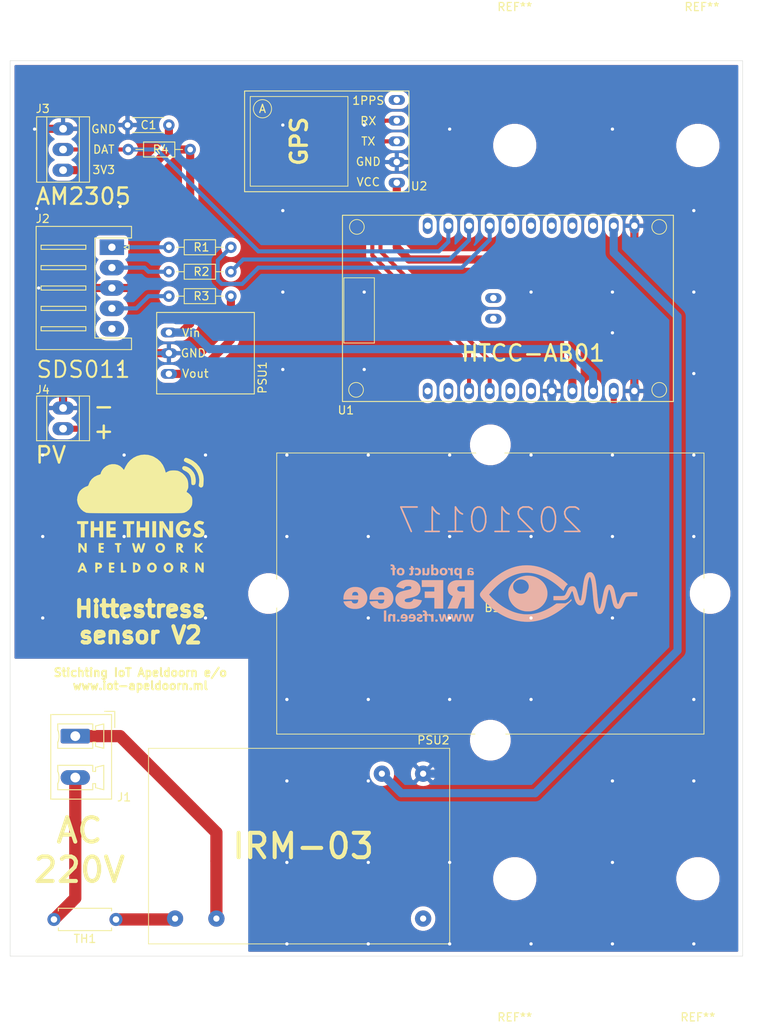
<source format=kicad_pcb>
(kicad_pcb (version 20171130) (host pcbnew "(5.1.6)-1")
  (layers (0 F.Cu signal) (31 B.Cu signal) (34 B.Paste user) (35 F.Paste user) (36 B.SilkS user) (37 F.SilkS user) (38 B.Mask user) (39 F.Mask user) (44 Edge.Cuts user))
  (net 0 "")
  (net 1 /3V3)
  (net 2 GND)
  (net 3 "Net-(J1-Pad1)")
  (net 4 "Net-(J1-Pad2)")
  (net 5 /PM_RX)
  (net 6 /PM_TX)
  (net 7 "Net-(J2-Pad4)")
  (net 8 "Net-(J2-Pad5)")
  (net 9 /AM2305_DATA)
  (net 10 /5V_EXT)
  (net 11 "Net-(PSU2-Pad1)")
  (net 12 /5V)
  (net 13 "Net-(U1-Pad22)")
  (net 14 "Net-(U1-Pad1)")
  (net 15 "Net-(U1-Pad2)")
  (net 16 /SDS011_RXD)
  (net 17 /GPS_RXD)
  (net 18 /SDS011_TXD)
  (net 19 /GPS_TXD)
  (net 20 "Net-(U1-Pad18)")
  (net 21 "Net-(U1-Pad5)")
  (net 22 "Net-(U1-Pad17)")
  (net 23 "Net-(U1-Pad6)")
  (net 24 "Net-(U1-Pad16)")
  (net 25 "Net-(U1-Pad15)")
  (net 26 /3V3_EXT)
  (net 27 "Net-(U1-Pad14)")
  (net 28 /PV)
  (net 29 "Net-(U1-Pad23)")
  (net 30 "Net-(U1-Pad24)")
  (net 31 "Net-(U2-Pad5)")
  (net 32 "Net-(PSU2-Pad4)")
  (module hitteStress21-pcb:HTCC-AB01 (layer F.Cu) (at 225 72 90)
    (fp_text reference U1 (at -12.5 -22.75 180) (layer F.SilkS))
    (fp_text value HTCC-AB01)
    (fp_text user HTCC-AB01 (at -5.5 0.25) (layer F.SilkS) (effects (font (size 2 2) (thickness 0.3))))
    (pad 22 thru_hole oval (at 10.14 -12.7) (size 1.2 2) (drill 0.8) (layers *.Cu *.Mask) (net 13 "Net-(U1-Pad22)"))
    (pad 1 thru_hole oval (at -10.14 -12.7) (size 1.2 2) (drill 0.8) (layers *.Cu *.Mask) (net 14 "Net-(U1-Pad1)"))
    (pad 21 thru_hole oval (at 10.14 -10.16) (size 1.2 2) (drill 0.8) (layers *.Cu *.Mask) (net 9 /AM2305_DATA))
    (pad 2 thru_hole oval (at -10.14 -10.16) (size 1.2 2) (drill 0.8) (layers *.Cu *.Mask) (net 15 "Net-(U1-Pad2)"))
    (pad 20 thru_hole oval (at 10.14 -7.62) (size 1.2 2) (drill 0.8) (layers *.Cu *.Mask) (net 16 /SDS011_RXD))
    (pad 3 thru_hole oval (at -10.14 -7.62) (size 1.2 2) (drill 0.8) (layers *.Cu *.Mask) (net 17 /GPS_RXD))
    (pad 19 thru_hole oval (at 10.14 -5.08) (size 1.2 2) (drill 0.8) (layers *.Cu *.Mask) (net 18 /SDS011_TXD))
    (pad 4 thru_hole oval (at -10.14 -5.08) (size 1.2 2) (drill 0.8) (layers *.Cu *.Mask) (net 19 /GPS_TXD))
    (pad 18 thru_hole oval (at 10.14 -2.54) (size 1.2 2) (drill 0.8) (layers *.Cu *.Mask) (net 20 "Net-(U1-Pad18)"))
    (pad 5 thru_hole oval (at -10.14 -2.54) (size 1.2 2) (drill 0.8) (layers *.Cu *.Mask) (net 21 "Net-(U1-Pad5)"))
    (pad 17 thru_hole oval (at 10.14 0) (size 1.2 2) (drill 0.8) (layers *.Cu *.Mask) (net 22 "Net-(U1-Pad17)"))
    (pad 6 thru_hole oval (at -10.14 0) (size 1.2 2) (drill 0.8) (layers *.Cu *.Mask) (net 23 "Net-(U1-Pad6)"))
    (pad 16 thru_hole oval (at 10.14 2.54) (size 1.2 2) (drill 0.8) (layers *.Cu *.Mask) (net 24 "Net-(U1-Pad16)"))
    (pad 7 thru_hole oval (at -10.14 2.54) (size 1.2 2) (drill 0.8) (layers *.Cu *.Mask) (net 2 GND))
    (pad 15 thru_hole oval (at 10.14 5.08) (size 1.2 2) (drill 0.8) (layers *.Cu *.Mask) (net 25 "Net-(U1-Pad15)"))
    (pad 8 thru_hole oval (at -10.14 5.08) (size 1.2 2) (drill 0.8) (layers *.Cu *.Mask) (net 26 /3V3_EXT))
    (pad 14 thru_hole oval (at 10.14 7.62) (size 1.2 2) (drill 0.8) (layers *.Cu *.Mask) (net 27 "Net-(U1-Pad14)"))
    (pad 9 thru_hole oval (at -10.14 7.62) (size 1.2 2) (drill 0.8) (layers *.Cu *.Mask) (net 1 /3V3))
    (pad 13 thru_hole oval (at 10.14 10.16) (size 1.2 2) (drill 0.8) (layers *.Cu *.Mask) (net 12 /5V))
    (pad 10 thru_hole oval (at -10.14 10.16) (size 1.2 2) (drill 0.8) (layers *.Cu *.Mask) (net 28 /PV))
    (pad 12 thru_hole oval (at 10.14 12.7) (size 1.2 2) (drill 0.8) (layers *.Cu *.Mask) (net 2 GND))
    (pad 11 thru_hole oval (at -10.14 12.7) (size 1.2 2) (drill 0.8) (layers *.Cu *.Mask) (net 2 GND))
    (pad 23 thru_hole oval (at -1.27 -4.63 90) (size 1.2 2) (drill 0.8) (layers *.Cu *.Mask) (net 29 "Net-(U1-Pad23)"))
    (pad 24 thru_hole oval (at 1.27 -4.63 90) (size 1.2 2) (drill 0.8) (layers *.Cu *.Mask) (net 30 "Net-(U1-Pad24)"))
  )
  (module hitteStress21-pcb:GPS (layer F.Cu) (at 208.5 51.5)
    (fp_text reference U2 (at 2.75 5.5 180) (layer F.SilkS))
    (fp_text value GPS)
    (fp_text user GPS (at -12 0 90) (layer F.SilkS) (effects (font (size 2 2) (thickness 0.4))))
    (fp_text user VCC (at -3.5 5) (layer F.SilkS))
    (fp_text user GND (at -3.5 2.5) (layer F.SilkS))
    (fp_text user TX (at -3.5 0) (layer F.SilkS))
    (fp_text user RX (at -3.5 -2.5) (layer F.SilkS))
    (fp_text user 1PPS (at -3.5 -5) (layer F.SilkS))
    (fp_text user A (at -16.5 -4) (layer F.SilkS))
    (pad 1 thru_hole oval (at 0 5.08 90) (size 1.2 2) (drill 0.8) (layers *.Cu *.Mask) (net 26 /3V3_EXT))
    (pad 2 thru_hole oval (at 0 2.54 90) (size 1.2 2) (drill 0.8) (layers *.Cu *.Mask) (net 2 GND))
    (pad 3 thru_hole oval (at 0 0 90) (size 1.2 2) (drill 0.8) (layers *.Cu *.Mask) (net 19 /GPS_TXD))
    (pad 4 thru_hole oval (at 0 -2.54 90) (size 1.2 2) (drill 0.8) (layers *.Cu *.Mask) (net 17 /GPS_RXD))
    (pad 5 thru_hole oval (at 0 -5.08 90) (size 1.2 2) (drill 0.8) (layers *.Cu *.Mask) (net 31 "Net-(U2-Pad5)"))
  )
  (module hitteStress21-pcb:LOGO_LogoRFSee_37x8mm (layer F.Cu) (at 219 108)
    (fp_text reference G*** hide)
    (fp_text value LOGO_LogoRFSee_37x8mm hide)
  )
  (module hitteStress21-pcb:TTN_Apld_Logo_17x17mm_silk (layer F.Cu) (at 177 97)
    (fp_text reference G*** hide)
    (fp_text value LOGO hide)
  )
  (module hitteStress21-pcb:LiPo_3V7_2000mAh_JST-PH (layer F.Cu) (at 220 107)
    (fp_text reference B1 (at 0.25 1.75) (layer F.SilkS))
    (fp_text value LiPo_3V7)
    (pad "" np_thru_hole circle (at 27 0) (size 4 4) (drill 4) (layers *.Cu *.Mask))
    (pad "" np_thru_hole circle (at 0 18) (size 4 4) (drill 4) (layers *.Cu *.Mask))
    (pad "" np_thru_hole circle (at -27.25 0) (size 4 4) (drill 4) (layers *.Cu *.Mask))
    (pad "" np_thru_hole circle (at 0 -18.25) (size 4 4) (drill 4) (layers *.Cu *.Mask))
  )
  (module MountingHole:MountingHole_4.3mm_M4 (layer F.Cu) (at 245.5 142)
    (fp_text reference REF** (at 0 17) (layer F.SilkS))
    (fp_text value MountingHole_4.3mm_M4)
    (pad 1 np_thru_hole circle (at 0 0) (size 4.3 4.3) (drill 4.3) (layers *.Cu *.Mask))
  )
  (module MountingHole:MountingHole_4.3mm_M4 (layer F.Cu) (at 245.5 52)
    (fp_text reference REF** (at 0.5 -17) (layer F.SilkS))
    (fp_text value MountingHole_4.3mm_M4)
    (pad 1 np_thru_hole circle (at 0 0) (size 4.3 4.3) (drill 4.3) (layers *.Cu *.Mask))
  )
  (module MountingHole:MountingHole_4.3mm_M4 (layer F.Cu) (at 223 142)
    (fp_text reference REF** (at 0 17) (layer F.SilkS))
    (fp_text value MountingHole_4.3mm_M4)
    (pad 1 np_thru_hole circle (at 0 0) (size 4.3 4.3) (drill 4.3) (layers *.Cu *.Mask))
  )
  (module MountingHole:MountingHole_4.3mm_M4 (layer F.Cu) (at 223 52)
    (fp_text reference REF** (at 0 -17) (layer F.SilkS))
    (fp_text value MountingHole_4.3mm_M4)
    (pad 1 np_thru_hole circle (at 0 0) (size 4.3 4.3) (drill 4.3) (layers *.Cu *.Mask))
  )
  (module Connector_Phoenix_MC_HighVoltage:PhoenixContact_MCV_1,5_2-G-5.08_1x02_P5.08mm_Vertical (layer F.Cu) (at 169 124.5 270)
    (fp_text reference J1 (at 7.5 -6 180) (layer F.SilkS))
    (fp_text value Conn_01x02_Female)
    (pad 1 thru_hole roundrect (at 0 0 270) (size 1.8 3.6) (drill 1.2) (layers *.Cu *.Mask) (roundrect_rratio 0.138889) (net 3 "Net-(J1-Pad1)"))
    (pad 2 thru_hole oval (at 5.08 0 270) (size 1.8 3.6) (drill 1.2) (layers *.Cu *.Mask) (net 4 "Net-(J1-Pad2)"))
  )
  (module Resistor_THT:R_Axial_DIN0204_L3.6mm_D1.6mm_P5.08mm_Horizontal (layer F.Cu) (at 180.5 49.5 180)
    (fp_text reference C1 (at 2.5 0) (layer F.SilkS))
    (fp_text value 10u)
    (pad 1 thru_hole circle (at 0 0 180) (size 1.4 1.4) (drill 0.7) (layers *.Cu *.Mask) (net 1 /3V3))
    (pad 2 thru_hole oval (at 5.08 0 180) (size 1.4 1.4) (drill 0.7) (layers *.Cu *.Mask) (net 2 GND))
  )
  (module hitteStress21-pcb:JST_XH_S5B-XH-A_1x05_P2.50mm_Horizontal (layer F.Cu) (at 173.5 64.5 270)
    (fp_text reference J2 (at -3.5 8.5 180) (layer F.SilkS))
    (fp_text value Conn_01x05)
    (pad 5 thru_hole oval (at 10 0 270) (size 1.9 3) (drill 0.9) (layers *.Cu *.Mask) (net 8 "Net-(J2-Pad5)"))
    (pad 4 thru_hole oval (at 7.5 0 270) (size 1.9 3) (drill 0.9) (layers *.Cu *.Mask) (net 7 "Net-(J2-Pad4)"))
    (pad 3 thru_hole oval (at 5 0 270) (size 1.9 3) (drill 0.9) (layers *.Cu *.Mask) (net 2 GND))
    (pad 2 thru_hole oval (at 2.5 0 270) (size 1.9 3) (drill 0.9) (layers *.Cu *.Mask) (net 6 /PM_TX))
    (pad 1 thru_hole rect (at 0 0 270) (size 1.9 3) (drill 0.9) (layers *.Cu *.Mask) (net 5 /PM_RX))
  )
  (module Resistor_THT:R_Axial_DIN0204_L3.6mm_D1.6mm_P7.62mm_Horizontal (layer F.Cu) (at 180.5 64.5)
    (fp_text reference R1 (at 4 0) (layer F.SilkS))
    (fp_text value 1k)
    (pad 1 thru_hole circle (at 0 0) (size 1.4 1.4) (drill 0.7) (layers *.Cu *.Mask) (net 5 /PM_RX))
    (pad 2 thru_hole oval (at 7.62 0) (size 1.4 1.4) (drill 0.7) (layers *.Cu *.Mask) (net 18 /SDS011_TXD))
  )
  (module Resistor_THT:R_Axial_DIN0204_L3.6mm_D1.6mm_P7.62mm_Horizontal (layer F.Cu) (at 180.5 67.5)
    (fp_text reference R2 (at 4 0) (layer F.SilkS))
    (fp_text value 1k)
    (pad 2 thru_hole oval (at 7.62 0) (size 1.4 1.4) (drill 0.7) (layers *.Cu *.Mask) (net 16 /SDS011_RXD))
    (pad 1 thru_hole circle (at 0 0) (size 1.4 1.4) (drill 0.7) (layers *.Cu *.Mask) (net 6 /PM_TX))
  )
  (module Resistor_THT:R_Axial_DIN0204_L3.6mm_D1.6mm_P7.62mm_Horizontal (layer F.Cu) (at 180.5 70.5)
    (fp_text reference R3 (at 4 0) (layer F.SilkS))
    (fp_text value 4R7)
    (pad 2 thru_hole oval (at 7.62 0) (size 1.4 1.4) (drill 0.7) (layers *.Cu *.Mask) (net 10 /5V_EXT))
    (pad 1 thru_hole circle (at 0 0) (size 1.4 1.4) (drill 0.7) (layers *.Cu *.Mask) (net 7 "Net-(J2-Pad4)"))
  )
  (module Resistor_THT:R_Axial_DIN0204_L3.6mm_D1.6mm_P7.62mm_Horizontal (layer F.Cu) (at 175.5 52.5)
    (fp_text reference R4 (at 4 0) (layer F.SilkS))
    (fp_text value 5k1)
    (pad 1 thru_hole circle (at 0 0) (size 1.4 1.4) (drill 0.7) (layers *.Cu *.Mask) (net 9 /AM2305_DATA))
    (pad 2 thru_hole oval (at 7.62 0) (size 1.4 1.4) (drill 0.7) (layers *.Cu *.Mask) (net 1 /3V3))
  )
  (module Resistor_THT:R_Axial_DIN0207_L6.3mm_D2.5mm_P7.62mm_Horizontal (layer F.Cu) (at 174 147 180)
    (fp_text reference TH1 (at 3.81 -2.37) (layer F.SilkS))
    (fp_text value Thermistor)
    (pad 1 thru_hole circle (at 0 0 180) (size 1.6 1.6) (drill 0.8) (layers *.Cu *.Mask) (net 11 "Net-(PSU2-Pad1)"))
    (pad 2 thru_hole oval (at 7.62 0 180) (size 1.6 1.6) (drill 0.8) (layers *.Cu *.Mask) (net 4 "Net-(J1-Pad2)"))
  )
  (module hitteStress21-pcb:IRM-03 (layer F.Cu) (at 215 126 180)
    (fp_text reference PSU2 (at 2 1) (layer F.SilkS))
    (fp_text value IRM-03)
    (fp_text user IRM-03 (at 18 -12) (layer F.SilkS) (effects (font (size 3 3) (thickness 0.5))))
    (pad 1 thru_hole circle (at 33.74 -20.89 180) (size 2 2) (drill 0.762) (layers *.Cu *.Mask) (net 11 "Net-(PSU2-Pad1)"))
    (pad 2 thru_hole circle (at 28.66 -20.89 180) (size 2 2) (drill 0.762) (layers *.Cu *.Mask) (net 3 "Net-(J1-Pad1)"))
    (pad 4 thru_hole circle (at 3.26 -20.89 180) (size 2 2) (drill 0.762) (layers *.Cu *.Mask) (net 32 "Net-(PSU2-Pad4)"))
    (pad 5 thru_hole circle (at 3.26 -3.11 180) (size 2 2) (drill 0.762) (layers *.Cu *.Mask) (net 2 GND))
    (pad 3 thru_hole circle (at 8.33 -3.11 180) (size 2 2) (drill 0.762) (layers *.Cu *.Mask) (net 12 /5V))
  )
  (module hitteStress21-pcb:Wurth_2109_p2.54 (layer F.Cu) (at 167.5 52.5 90)
    (fp_text reference J3 (at 5 -2.5 180) (layer F.SilkS))
    (fp_text value Conn_01x03)
    (pad 1 thru_hole oval (at -2.54 0 90) (size 1.6 2.6) (drill 0.95) (layers *.Cu *.Mask) (net 1 /3V3))
    (pad 2 thru_hole oval (at 0 0 90) (size 1.6 2.6) (drill 0.95) (layers *.Cu *.Mask) (net 9 /AM2305_DATA))
    (pad 3 thru_hole oval (at 2.54 0 90) (size 1.6 2.6) (drill 0.95) (layers *.Cu *.Mask) (net 2 GND))
  )
  (module hitteStress21-pcb:MINIDCBOOST5V (layer F.Cu) (at 180.5 77.5 90)
    (fp_text reference PSU1 (at -3 11.5 90) (layer F.SilkS))
    (fp_text value MINIDCDCBOOST5V)
    (fp_text user Vout (at -2.5 3.25) (layer F.SilkS))
    (fp_text user GND (at 0 3 180) (layer F.SilkS))
    (fp_text user Vin (at 2.5 2.75) (layer F.SilkS))
    (pad 3 thru_hole oval (at -2.54 0 90) (size 1.2 2) (drill 0.8) (layers *.Cu *.Mask) (net 10 /5V_EXT))
    (pad 2 thru_hole oval (at 0 0 90) (size 1.2 2) (drill 0.8) (layers *.Cu *.Mask) (net 2 GND))
    (pad 1 thru_hole oval (at 2.54 0 90) (size 1.2 2) (drill 0.8) (layers *.Cu *.Mask) (net 1 /3V3))
  )
  (module hitteStress21-pcb:Wurth_2109_P2.54_2x1 (layer F.Cu) (at 167.5 85.5 90)
    (fp_text reference J4 (at 3.5 -2.5 180) (layer F.SilkS))
    (fp_text value Conn_01x02)
    (pad 1 thru_hole oval (at -1.27 0 90) (size 1.6 2.6) (drill 0.95) (layers *.Cu *.Mask) (net 28 /PV))
    (pad 2 thru_hole oval (at 1.27 0 90) (size 1.6 2.6) (drill 0.95) (layers *.Cu *.Mask) (net 2 GND))
  )
  (gr_text "Hittestress\nsensor V2" (at 177 110.5) (layer F.SilkS) (effects (font (size 2 2) (thickness 0.5))))
  (gr_text "Stichting IoT Apeldoorn e/o\nwww.iot-apeldoorn.ml" (at 177 117.5) (layer F.SilkS) (effects (font (size 1 1) (thickness 0.25))))
  (gr_text 20210117 (at 220 98) (layer B.SilkS) (effects (font (size 3 3) (thickness 0.2)) (justify mirror)))
  (gr_text DAT (at 172.5 52.5) (layer F.SilkS) (effects (font (size 1 1))))
  (gr_text GND (at 172.5 50) (layer F.SilkS) (effects (font (size 1 1))))
  (gr_text 3V3 (at 172.5 55) (layer F.SilkS) (effects (font (size 1 1))))
  (gr_text AM2305 (at 170 58.25) (layer F.SilkS) (effects (font (size 2 2) (thickness 0.3))))
  (gr_text SDS011 (at 170 79.5) (layer F.SilkS) (effects (font (size 2 2) (thickness 0.25))))
  (gr_text - (at 172.5 84) (layer F.SilkS) (effects (font (size 2 2) (thickness 0.3))))
  (gr_text + (at 172.5 87) (layer F.SilkS) (effects (font (size 2 2) (thickness 0.3))))
  (gr_text PV (at 166 90) (layer F.SilkS) (effects (font (size 2 2) (thickness 0.3))))
  (gr_text "AC\n220V" (at 169.5 138.5) (layer F.SilkS) (effects (font (size 3 3) (thickness 0.5))))
  (gr_line (start 251 41.6) (end 251 151.5) (layer Edge.Cuts) (width 0.05))
  (gr_line (start 251 41.6) (end 161 41.6) (layer Edge.Cuts) (width 0.05))
  (gr_line (start 161 151.5) (end 161 41.6) (layer Edge.Cuts) (width 0.05))
  (gr_line (start 251 151.5) (end 161 151.5) (layer Edge.Cuts) (width 0.05))
  (segment (start 167.5 55.04) (end 177.96 55.04) (width 1) (layer F.Cu) (net 1))
  (segment (start 180.5 52.5) (end 180.5 49.5) (width 1) (layer F.Cu) (net 1))
  (segment (start 177.96 55.04) (end 180.5 52.5) (width 1) (layer F.Cu) (net 1))
  (segment (start 183.12 52.5) (end 180.5 52.5) (width 1) (layer F.Cu) (net 1))
  (segment (start 183.12 73.88) (end 183.12 52.5) (width 1) (layer F.Cu) (net 1))
  (segment (start 180.5 74.96) (end 182.04 74.96) (width 1) (layer F.Cu) (net 1))
  (segment (start 182.04 74.96) (end 183.12 73.88) (width 1) (layer F.Cu) (net 1))
  (segment (start 232.62 80.12) (end 232.62 82.14) (width 1) (layer B.Cu) (net 1))
  (segment (start 229.5 77) (end 232.62 80.12) (width 1) (layer B.Cu) (net 1))
  (segment (start 180.5 74.96) (end 183.46 74.96) (width 1) (layer B.Cu) (net 1))
  (segment (start 185.5 77) (end 229.5 77) (width 1) (layer B.Cu) (net 1))
  (segment (start 183.46 74.96) (end 185.5 77) (width 1) (layer B.Cu) (net 1))
  (segment (start 237.7 61.86) (end 237.7 82.14) (width 1) (layer F.Cu) (net 2))
  (segment (start 227.54 82.14) (end 227.54 83.54) (width 1) (layer B.Cu) (net 2))
  (segment (start 227.54 83.54) (end 229.5 85.5) (width 1) (layer B.Cu) (net 2))
  (segment (start 229.5 85.5) (end 236.5 85.5) (width 1) (layer B.Cu) (net 2))
  (segment (start 237.7 84.3) (end 237.7 82.14) (width 1) (layer B.Cu) (net 2))
  (segment (start 236.5 85.5) (end 237.7 84.3) (width 1) (layer B.Cu) (net 2))
  (segment (start 169 69.5) (end 173.5 69.5) (width 1) (layer F.Cu) (net 2))
  (segment (start 167.5 71) (end 169 69.5) (width 1) (layer F.Cu) (net 2))
  (segment (start 167.5 84.23) (end 167.5 71) (width 1) (layer F.Cu) (net 2))
  (segment (start 164 64.5) (end 164.25 64.75) (width 1) (layer F.Cu) (net 2))
  (segment (start 167.5 49.96) (end 165.54 49.96) (width 1) (layer F.Cu) (net 2))
  (segment (start 164 51.5) (end 164 55) (width 1) (layer F.Cu) (net 2))
  (segment (start 165.54 49.96) (end 164 51.5) (width 1) (layer F.Cu) (net 2))
  (segment (start 167.5 49.96) (end 171.04 49.96) (width 0.5) (layer F.Cu) (net 2))
  (segment (start 171.5 49.5) (end 175.42 49.5) (width 0.5) (layer F.Cu) (net 2))
  (segment (start 171.04 49.96) (end 171.5 49.5) (width 0.5) (layer F.Cu) (net 2))
  (segment (start 178.5 77.5) (end 180.5 77.5) (width 1) (layer F.Cu) (net 2))
  (segment (start 177 76) (end 178.5 77.5) (width 1) (layer F.Cu) (net 2))
  (segment (start 173.5 69.5) (end 176 69.5) (width 1) (layer F.Cu) (net 2))
  (segment (start 177 70.5) (end 177 76) (width 1) (layer F.Cu) (net 2))
  (segment (start 176 69.5) (end 177 70.5) (width 1) (layer F.Cu) (net 2))
  (via (at 245 150) (size 0.8) (drill 0.4) (layers F.Cu B.Cu) (net 2))
  (via (at 225 150) (size 0.8) (drill 0.4) (layers F.Cu B.Cu) (net 2))
  (via (at 205 150) (size 0.8) (drill 0.4) (layers F.Cu B.Cu) (net 2))
  (via (at 195 150) (size 0.8) (drill 0.4) (layers F.Cu B.Cu) (net 2))
  (via (at 235 150) (size 0.8) (drill 0.4) (layers F.Cu B.Cu) (net 2))
  (via (at 215 150) (size 0.8) (drill 0.4) (layers F.Cu B.Cu) (net 2))
  (via (at 195 140) (size 0.8) (drill 0.4) (layers F.Cu B.Cu) (net 2))
  (via (at 205 140) (size 0.8) (drill 0.4) (layers F.Cu B.Cu) (net 2))
  (via (at 215 140) (size 0.8) (drill 0.4) (layers F.Cu B.Cu) (net 2))
  (via (at 235 140) (size 0.8) (drill 0.4) (layers F.Cu B.Cu) (net 2))
  (via (at 235 130) (size 0.8) (drill 0.4) (layers F.Cu B.Cu) (net 2))
  (via (at 245 130) (size 0.8) (drill 0.4) (layers F.Cu B.Cu) (net 2))
  (via (at 205 130) (size 0.8) (drill 0.4) (layers F.Cu B.Cu) (net 2))
  (via (at 195 130) (size 0.8) (drill 0.4) (layers F.Cu B.Cu) (net 2))
  (via (at 195 120) (size 0.8) (drill 0.4) (layers F.Cu B.Cu) (net 2))
  (via (at 165 110) (size 0.8) (drill 0.4) (layers F.Cu B.Cu) (net 2))
  (via (at 175 110) (size 0.8) (drill 0.4) (layers F.Cu B.Cu) (net 2))
  (via (at 185 110) (size 0.8) (drill 0.4) (layers F.Cu B.Cu) (net 2))
  (via (at 205 110) (size 0.8) (drill 0.4) (layers F.Cu B.Cu) (net 2))
  (via (at 205 120) (size 0.8) (drill 0.4) (layers F.Cu B.Cu) (net 2))
  (via (at 215 120) (size 0.8) (drill 0.4) (layers F.Cu B.Cu) (net 2))
  (via (at 215 110) (size 0.8) (drill 0.4) (layers F.Cu B.Cu) (net 2))
  (via (at 225 110) (size 0.8) (drill 0.4) (layers F.Cu B.Cu) (net 2))
  (via (at 225 120) (size 0.8) (drill 0.4) (layers F.Cu B.Cu) (net 2))
  (via (at 235 110) (size 0.8) (drill 0.4) (layers F.Cu B.Cu) (net 2))
  (via (at 245 120) (size 0.8) (drill 0.4) (layers F.Cu B.Cu) (net 2))
  (via (at 245 100) (size 0.8) (drill 0.4) (layers F.Cu B.Cu) (net 2))
  (via (at 235 100) (size 0.8) (drill 0.4) (layers F.Cu B.Cu) (net 2))
  (via (at 225 100) (size 0.8) (drill 0.4) (layers F.Cu B.Cu) (net 2))
  (via (at 215 100) (size 0.8) (drill 0.4) (layers F.Cu B.Cu) (net 2))
  (via (at 205 100) (size 0.8) (drill 0.4) (layers F.Cu B.Cu) (net 2))
  (via (at 195 100) (size 0.8) (drill 0.4) (layers F.Cu B.Cu) (net 2))
  (via (at 185 100) (size 0.8) (drill 0.4) (layers F.Cu B.Cu) (net 2))
  (via (at 175 100) (size 0.8) (drill 0.4) (layers F.Cu B.Cu) (net 2))
  (via (at 165 100) (size 0.8) (drill 0.4) (layers F.Cu B.Cu) (net 2))
  (via (at 165 90) (size 0.8) (drill 0.4) (layers F.Cu B.Cu) (net 2))
  (via (at 175 90) (size 0.8) (drill 0.4) (layers F.Cu B.Cu) (net 2))
  (via (at 185 90) (size 0.8) (drill 0.4) (layers F.Cu B.Cu) (net 2))
  (via (at 195 90) (size 0.8) (drill 0.4) (layers F.Cu B.Cu) (net 2))
  (via (at 205 90) (size 0.8) (drill 0.4) (layers F.Cu B.Cu) (net 2))
  (via (at 215 90) (size 0.8) (drill 0.4) (layers F.Cu B.Cu) (net 2))
  (via (at 225 90) (size 0.8) (drill 0.4) (layers F.Cu B.Cu) (net 2))
  (via (at 235 90) (size 0.8) (drill 0.4) (layers F.Cu B.Cu) (net 2))
  (via (at 245 90) (size 0.8) (drill 0.4) (layers F.Cu B.Cu) (net 2))
  (via (at 245 80) (size 0.8) (drill 0.4) (layers F.Cu B.Cu) (net 2))
  (via (at 235 75) (size 0.8) (drill 0.4) (layers F.Cu B.Cu) (net 2))
  (via (at 204.5 79.5) (size 0.8) (drill 0.4) (layers F.Cu B.Cu) (net 2))
  (via (at 194.5 79.5) (size 0.8) (drill 0.4) (layers F.Cu B.Cu) (net 2))
  (via (at 174.5 79.5) (size 0.8) (drill 0.4) (layers F.Cu B.Cu) (net 2))
  (via (at 164.5 69.5) (size 0.8) (drill 0.4) (layers F.Cu B.Cu) (net 2))
  (via (at 194.5 70) (size 0.8) (drill 0.4) (layers F.Cu B.Cu) (net 2))
  (via (at 204.5 70) (size 0.8) (drill 0.4) (layers F.Cu B.Cu) (net 2))
  (via (at 225 70) (size 0.8) (drill 0.4) (layers F.Cu B.Cu) (net 2))
  (via (at 235 70) (size 0.8) (drill 0.4) (layers F.Cu B.Cu) (net 2))
  (via (at 245 70) (size 0.8) (drill 0.4) (layers F.Cu B.Cu) (net 2))
  (via (at 245 60) (size 0.8) (drill 0.4) (layers F.Cu B.Cu) (net 2))
  (via (at 194.5 60) (size 0.8) (drill 0.4) (layers F.Cu B.Cu) (net 2))
  (segment (start 164.25 64.75) (end 169 69.5) (width 1) (layer F.Cu) (net 2))
  (via (at 164.25 59.75) (size 0.8) (drill 0.4) (layers F.Cu B.Cu) (net 2))
  (segment (start 164 55) (end 164 64.5) (width 1) (layer F.Cu) (net 2))
  (via (at 164 50) (size 0.8) (drill 0.4) (layers F.Cu B.Cu) (net 2))
  (via (at 174.5 59.5) (size 0.8) (drill 0.4) (layers F.Cu B.Cu) (net 2))
  (via (at 194.5 49.5) (size 0.8) (drill 0.4) (layers F.Cu B.Cu) (net 2))
  (via (at 204.5 49.5) (size 0.8) (drill 0.4) (layers F.Cu B.Cu) (net 2))
  (via (at 215 50) (size 0.8) (drill 0.4) (layers F.Cu B.Cu) (net 2))
  (via (at 235 50) (size 0.8) (drill 0.4) (layers F.Cu B.Cu) (net 2))
  (segment (start 227.54 120) (end 227.54 82.14) (width 1) (layer B.Cu) (net 2))
  (segment (start 211.74 129.11) (end 222.89 129.11) (width 1) (layer B.Cu) (net 2))
  (segment (start 227.54 124.46) (end 227.54 120) (width 1) (layer B.Cu) (net 2))
  (segment (start 222.89 129.11) (end 227.54 124.46) (width 1) (layer B.Cu) (net 2))
  (segment (start 186.34 139.84) (end 186.34 146.89) (width 1.5) (layer F.Cu) (net 3))
  (segment (start 169 124.5) (end 174.5 124.5) (width 1.5) (layer F.Cu) (net 3))
  (segment (start 186.34 136.34) (end 186.34 139.84) (width 1.5) (layer F.Cu) (net 3))
  (segment (start 174.5 124.5) (end 186.34 136.34) (width 1.5) (layer F.Cu) (net 3))
  (segment (start 166.38 147) (end 168.5 144.88) (width 1.5) (layer F.Cu) (net 4))
  (segment (start 169 144.38) (end 168.5 144.88) (width 1.5) (layer F.Cu) (net 4))
  (segment (start 169 129.58) (end 169 144.38) (width 1.5) (layer F.Cu) (net 4))
  (segment (start 173.5 64.5) (end 180.5 64.5) (width 0.5) (layer B.Cu) (net 5))
  (segment (start 178 67.5) (end 180.5 67.5) (width 0.5) (layer B.Cu) (net 6))
  (segment (start 173.5 67) (end 177.5 67) (width 0.5) (layer B.Cu) (net 6))
  (segment (start 177.5 67) (end 178 67.5) (width 0.5) (layer B.Cu) (net 6))
  (segment (start 173.5 72) (end 176.5 72) (width 0.5) (layer B.Cu) (net 7))
  (segment (start 178 70.5) (end 180.5 70.5) (width 0.5) (layer B.Cu) (net 7))
  (segment (start 176.5 72) (end 178 70.5) (width 0.5) (layer B.Cu) (net 7))
  (segment (start 167.5 52.5) (end 175.5 52.5) (width 0.5) (layer F.Cu) (net 9))
  (segment (start 191.5 65) (end 179 52.5) (width 0.5) (layer B.Cu) (net 9))
  (segment (start 179 52.5) (end 175.5 52.5) (width 0.5) (layer B.Cu) (net 9))
  (segment (start 213.68 65) (end 191.5 65) (width 0.5) (layer B.Cu) (net 9))
  (segment (start 214.84 61.86) (end 214.84 63.84) (width 0.5) (layer B.Cu) (net 9))
  (segment (start 214.84 63.84) (end 213.68 65) (width 0.5) (layer B.Cu) (net 9))
  (segment (start 188.12 75.88) (end 188.12 70.5) (width 1) (layer F.Cu) (net 10))
  (segment (start 180.5 80.04) (end 183.96 80.04) (width 1) (layer F.Cu) (net 10))
  (segment (start 183.96 80.04) (end 188.12 75.88) (width 1) (layer F.Cu) (net 10))
  (segment (start 181.15 147) (end 181.26 146.89) (width 1.5) (layer F.Cu) (net 11))
  (segment (start 174 147) (end 181.15 147) (width 1.5) (layer F.Cu) (net 11))
  (segment (start 235.16 65.16) (end 235.16 61.86) (width 1) (layer B.Cu) (net 12))
  (segment (start 243 114) (end 243 73) (width 1) (layer B.Cu) (net 12))
  (segment (start 243 73) (end 235.16 65.16) (width 1) (layer B.Cu) (net 12))
  (segment (start 206.67 129.11) (end 209.06 131.5) (width 1) (layer B.Cu) (net 12))
  (segment (start 225.5 131.5) (end 243 114) (width 1) (layer B.Cu) (net 12))
  (segment (start 209.06 131.5) (end 225.5 131.5) (width 1) (layer B.Cu) (net 12))
  (segment (start 217.38 63.62) (end 217.38 61.86) (width 0.5) (layer B.Cu) (net 16))
  (segment (start 215 66) (end 217.38 63.62) (width 0.5) (layer B.Cu) (net 16))
  (segment (start 188.12 67.5) (end 189.62 66) (width 0.5) (layer B.Cu) (net 16))
  (segment (start 189.62 66) (end 215 66) (width 0.5) (layer B.Cu) (net 16))
  (segment (start 217.38 77.38) (end 217.38 82.14) (width 0.5) (layer F.Cu) (net 17))
  (segment (start 205.5 65.5) (end 217.38 77.38) (width 0.5) (layer F.Cu) (net 17))
  (segment (start 205.5 50.5) (end 205.5 65.5) (width 0.5) (layer F.Cu) (net 17))
  (segment (start 208.5 48.96) (end 207.04 48.96) (width 0.5) (layer F.Cu) (net 17))
  (segment (start 207.04 48.96) (end 205.5 50.5) (width 0.5) (layer F.Cu) (net 17))
  (segment (start 219.92 63.58) (end 219.92 61.86) (width 0.5) (layer B.Cu) (net 18))
  (segment (start 216.5 67) (end 219.92 63.58) (width 0.5) (layer B.Cu) (net 18))
  (segment (start 191.5 67) (end 216.5 67) (width 0.5) (layer B.Cu) (net 18))
  (segment (start 186.5 66.12) (end 186.5 68.5) (width 0.5) (layer B.Cu) (net 18))
  (segment (start 188.12 64.5) (end 186.5 66.12) (width 0.5) (layer B.Cu) (net 18))
  (segment (start 187 69) (end 189.5 69) (width 0.5) (layer B.Cu) (net 18))
  (segment (start 186.5 68.5) (end 187 69) (width 0.5) (layer B.Cu) (net 18))
  (segment (start 189.5 69) (end 191.5 67) (width 0.5) (layer B.Cu) (net 18))
  (segment (start 208.5 51.5) (end 207 51.5) (width 0.5) (layer F.Cu) (net 19))
  (segment (start 207 51.5) (end 206.5 52) (width 0.5) (layer F.Cu) (net 19))
  (segment (start 206.5 52) (end 206.5 65) (width 0.5) (layer F.Cu) (net 19))
  (segment (start 219.92 78.42) (end 219.92 82.14) (width 0.5) (layer F.Cu) (net 19))
  (segment (start 206.5 65) (end 219.92 78.42) (width 0.5) (layer F.Cu) (net 19))
  (segment (start 210 66) (end 223.5 66) (width 1) (layer F.Cu) (net 26))
  (segment (start 230.08 72.58) (end 230.08 82.14) (width 1) (layer F.Cu) (net 26))
  (segment (start 208.5 56.58) (end 208.5 64.5) (width 1) (layer F.Cu) (net 26))
  (segment (start 223.5 66) (end 230.08 72.58) (width 1) (layer F.Cu) (net 26))
  (segment (start 208.5 64.5) (end 210 66) (width 1) (layer F.Cu) (net 26))
  (segment (start 167.5 86.77) (end 207.27 86.77) (width 0.75) (layer F.Cu) (net 28))
  (segment (start 207.27 86.77) (end 213 92.5) (width 0.75) (layer F.Cu) (net 28))
  (segment (start 213 92.5) (end 228.5 92.5) (width 0.75) (layer F.Cu) (net 28))
  (segment (start 235.16 85.84) (end 235.16 82.14) (width 0.75) (layer F.Cu) (net 28))
  (segment (start 228.5 92.5) (end 235.16 85.84) (width 0.75) (layer F.Cu) (net 28))
  (zone (net 0) (net_name "") (layers F&B.Cu) (connect_pads (clearance 0.508)) (min_thickness 0.254)
    (keepout (tracks allowed) (vias allowed) (copperpour not_allowed))
    (fill (arc_segments 32) (thermal_gap 0.508) (thermal_bridge_width 0.508))
    (polygon (pts (xy 190.25 152.5) (xy 159.75 152.5) (xy 159.75 115) (xy 190.25 115)))
  )
  (zone (net 2) (net_name GND) (layer B.Cu) (connect_pads (clearance 0.508)) (min_thickness 0.254) (fill yes (arc_segments 32) (thermal_gap 0.508) (thermal_bridge_width 0.508))
    (polygon (pts (xy 251 156) (xy 161 156) (xy 161 37) (xy 251 37)))
  )
  (zone (net 2) (net_name GND) (layer F.Cu) (connect_pads (clearance 0.508)) (min_thickness 0.254) (fill yes (arc_segments 32) (thermal_gap 0.508) (thermal_bridge_width 0.508))
    (polygon (pts (xy 251 156) (xy 161 156) (xy 161 37) (xy 251 37)))
  )
)
</source>
